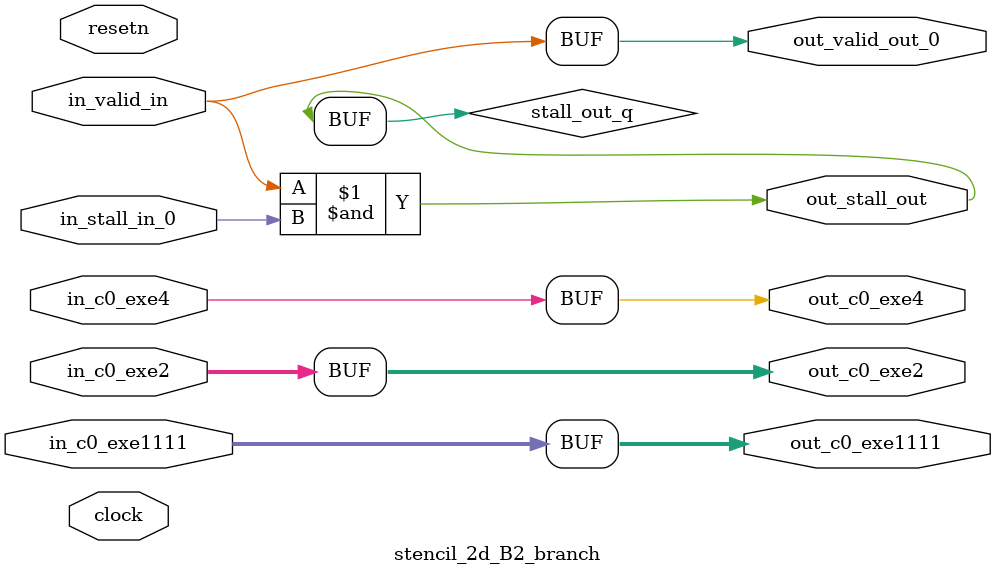
<source format=sv>



(* altera_attribute = "-name AUTO_SHIFT_REGISTER_RECOGNITION OFF; -name MESSAGE_DISABLE 10036; -name MESSAGE_DISABLE 10037; -name MESSAGE_DISABLE 14130; -name MESSAGE_DISABLE 14320; -name MESSAGE_DISABLE 15400; -name MESSAGE_DISABLE 14130; -name MESSAGE_DISABLE 10036; -name MESSAGE_DISABLE 12020; -name MESSAGE_DISABLE 12030; -name MESSAGE_DISABLE 12010; -name MESSAGE_DISABLE 12110; -name MESSAGE_DISABLE 14320; -name MESSAGE_DISABLE 13410; -name MESSAGE_DISABLE 113007; -name MESSAGE_DISABLE 10958" *)
module stencil_2d_B2_branch (
    input wire [31:0] in_c0_exe1111,
    input wire [31:0] in_c0_exe2,
    input wire [0:0] in_c0_exe4,
    input wire [0:0] in_stall_in_0,
    input wire [0:0] in_valid_in,
    output wire [31:0] out_c0_exe1111,
    output wire [31:0] out_c0_exe2,
    output wire [0:0] out_c0_exe4,
    output wire [0:0] out_stall_out,
    output wire [0:0] out_valid_out_0,
    input wire clock,
    input wire resetn
    );

    wire [0:0] stall_out_q;


    // out_c0_exe1111(GPOUT,7)
    assign out_c0_exe1111 = in_c0_exe1111;

    // out_c0_exe2(GPOUT,8)
    assign out_c0_exe2 = in_c0_exe2;

    // out_c0_exe4(GPOUT,9)
    assign out_c0_exe4 = in_c0_exe4;

    // stall_out(LOGICAL,12)
    assign stall_out_q = in_valid_in & in_stall_in_0;

    // out_stall_out(GPOUT,10)
    assign out_stall_out = stall_out_q;

    // out_valid_out_0(GPOUT,11)
    assign out_valid_out_0 = in_valid_in;

endmodule

</source>
